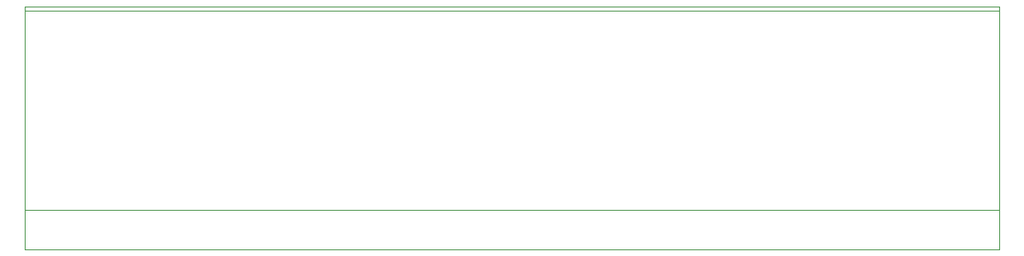
<source format=gbr>
%TF.GenerationSoftware,KiCad,Pcbnew,7.0.9*%
%TF.CreationDate,2024-02-21T20:23:42+01:00*%
%TF.ProjectId,VFD-Driverboard,5646442d-4472-4697-9665-72626f617264,rev?*%
%TF.SameCoordinates,Original*%
%TF.FileFunction,Profile,NP*%
%FSLAX46Y46*%
G04 Gerber Fmt 4.6, Leading zero omitted, Abs format (unit mm)*
G04 Created by KiCad (PCBNEW 7.0.9) date 2024-02-21 20:23:42*
%MOMM*%
%LPD*%
G01*
G04 APERTURE LIST*
%TA.AperFunction,Profile*%
%ADD10C,0.100000*%
%TD*%
%TA.AperFunction,Profile*%
%ADD11C,0.050000*%
%TD*%
G04 APERTURE END LIST*
D10*
X13398400Y-38379400D02*
X13398400Y-13379400D01*
X113398400Y-38379400D02*
X13398400Y-38379400D01*
X113398400Y-13379400D02*
X113398400Y-38379400D01*
X13398400Y-13379400D02*
X113398400Y-13379400D01*
D11*
%TO.C,V1*%
X13405600Y-13798800D02*
X113405600Y-13798800D01*
X13405600Y-34298800D02*
X13405600Y-13798800D01*
X113405600Y-13798800D02*
X113405600Y-34298800D01*
X113405600Y-34298800D02*
X13405600Y-34298800D01*
%TD*%
M02*

</source>
